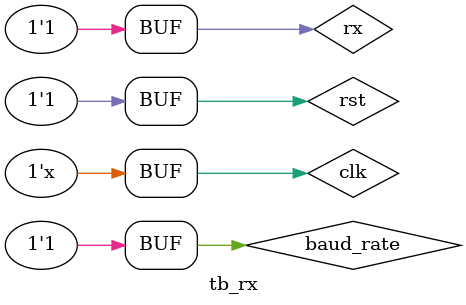
<source format=v>

module tb_rx();
    reg clk, rst, rx, baud_rate;
    wire rx_done;
    wire [7:0] data;

    RX u_rx(
        .clk(clk),
        .rst(rst),
        .i_baud_rate(baud_rate),
        .i_rx(rx),
        .o_rx_done(rx_done),
        .o_data(data)
    );

    initial begin
        clk = 0;
        rst = 0;
        baud_rate = 0;
        rx = 1;

        #2 rst = 1;
        #2 baud_rate = 1;

        #2 rx = 0;
        #32 rx = 1;
        #32 rx = 0;
        #32 rx = 1;
        #32 rx = 1;
        #32 rx = 1;
        #32 rx = 1;
        #32 rx = 1;
        #32 rx = 1;
        #32 rx = 1;

        #100 rx = 0;
        #32 rx = 1;
        #32 rx = 1;
        #32 rx = 1;
        #32 rx = 1;
        #32 rx = 0;
        #32 rx = 1;
        #32 rx = 0;
        #32 rx = 1;
        #32 rx = 1;

    end

    always #1 clk = ~clk;

endmodule

</source>
